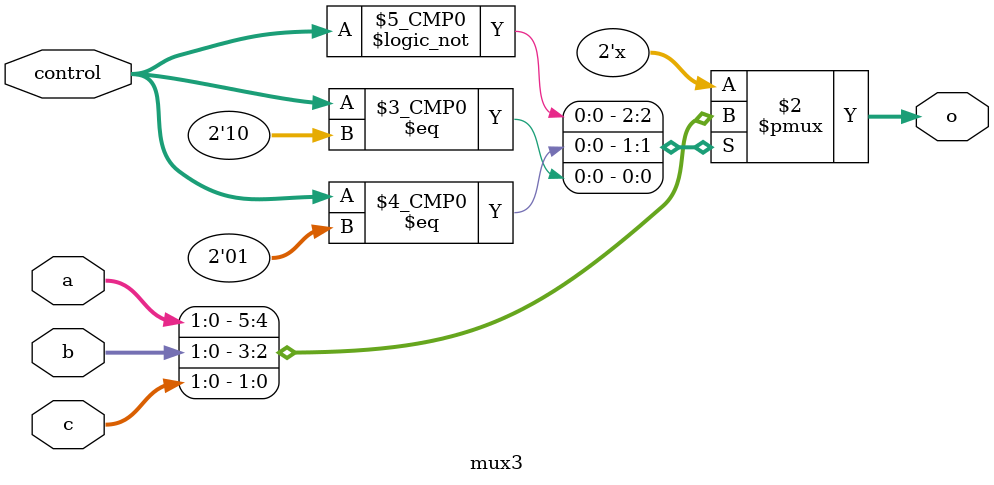
<source format=v>
`include "macrodefine.v"

module pipreg #(parameter WIDTH = 8)(
    input                  clk, reset, clear,
    input      [WIDTH-1:0] d, 
    output reg [WIDTH-1:0] q
);

    always @(posedge clk, posedge reset)
        if      (reset || clear) q <= 0;
        else            q <= d;
        
endmodule


module pipenreg #(parameter WIDTH = 8)(
    input                  clk, reset,
    input                  clear, en,
    input      [WIDTH-1:0] d, 
    output reg [WIDTH-1:0] q
);
 
    always @(posedge clk, posedge reset)
        if      (reset || clear) q <= 0;
        else if (en)             q <= d;
endmodule

module mux3 #(parameter WIDTH = 2)(
    input [WIDTH - 1:0] a,b,c,
    input [1:0] control,
    output reg [WIDTH - 1:0] o
);
    always@(*)
    case(control)
        2'b00 : o <= a;
        2'b01 : o <= b;
        2'b10 : o <= c;
    endcase

endmodule
</source>
